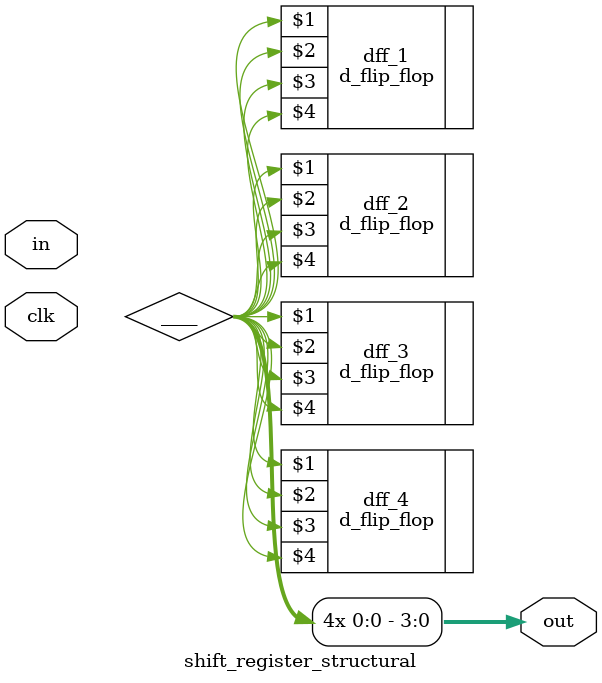
<source format=sv>
module shift_register_structural (
    input  logic       in,
    input  logic       clk,
    output logic [3:0] out
);
    logic Q1, Q2, Q3, Q4;
    logic Q1n, Q2n, Q3n, Q4n;

    d_flip_flop dff_1(____, ____, ____, ____); // TODO
    d_flip_flop dff_2(____, ____, ____, ____); // TODO
    d_flip_flop dff_3(____, ____, ____, ____); // TODO
    d_flip_flop dff_4(____, ____, ____, ____); // TODO

    assign out = {____, ____, ____, ____}; // TODO
endmodule
</source>
